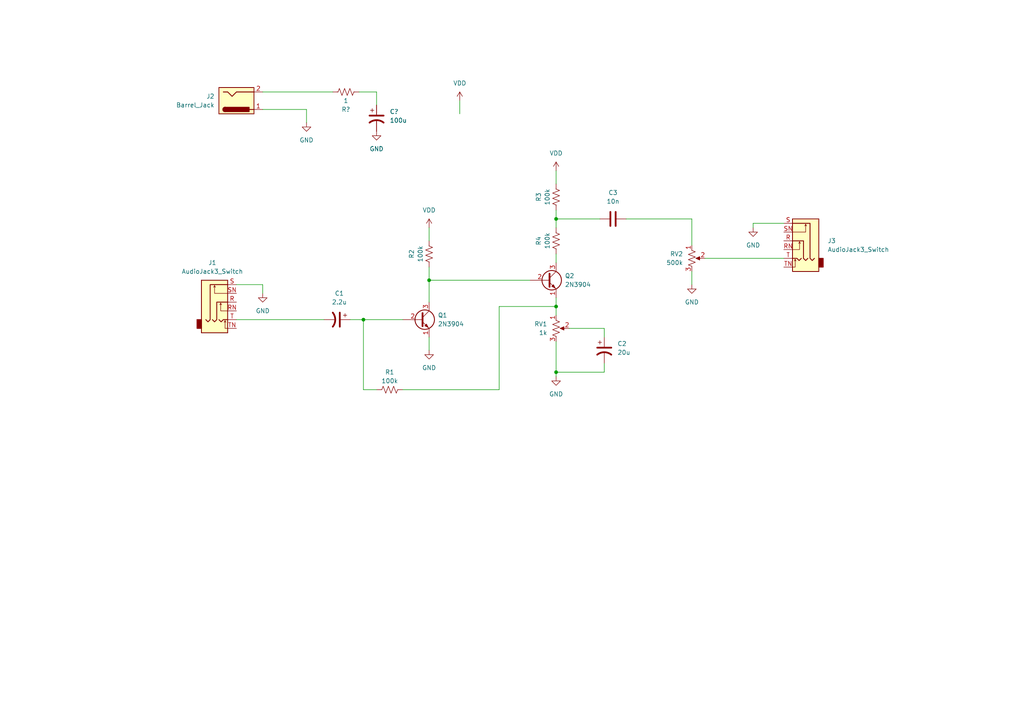
<source format=kicad_sch>
(kicad_sch (version 20231120) (generator "eeschema") (generator_version "8.0")
  (paper "A4")
  (lib_symbols
    (symbol "Connector:AudioJack3_Switch"
      (property "Reference" "J" (at 0 11.43 0))
      (property "Value" "AudioJack3_Switch" (at 0 8.89 0))
      (symbol "AudioJack3_Switch_0_1"
        (rectangle (start -5.08 -5.08) (end -6.35 -7.62) (stroke (width 0.254)) (fill (type outline)))
        (polyline (pts (xy -1.27 4.826) (xy -1.016 4.318)))
        (polyline (pts (xy 0.508 -0.254) (xy 0.762 -0.762)))
        (polyline (pts (xy 1.778 -5.334) (xy 2.032 -5.842)))
        (polyline (pts (xy 0 -5.08) (xy 0.635 -5.715) (xy 1.27 -5.08) (xy 2.54 -5.08)) (stroke (width 0.254)))
        (polyline (pts (xy 2.54 -7.62) (xy 1.778 -7.62) (xy 1.778 -5.334) (xy 1.524 -5.842)))
        (polyline (pts (xy 2.54 -2.54) (xy 0.508 -2.54) (xy 0.508 -0.254) (xy 0.254 -0.762)))
        (polyline (pts (xy 2.54 2.54) (xy -1.27 2.54) (xy -1.27 4.826) (xy -1.524 4.318)))
        (polyline (pts (xy -1.905 -5.08) (xy -1.27 -5.715) (xy -0.635 -5.08) (xy -0.635 0) (xy 2.54 0)) (stroke (width 0.254)))
        (polyline (pts (xy 2.54 5.08) (xy -2.54 5.08) (xy -2.54 -5.08) (xy -3.175 -5.715) (xy -3.81 -5.08)) (stroke (width 0.254)))
        (rectangle (start 2.54 6.35) (end -5.08 -8.89) (stroke (width 0.254)) (fill (type background)))
      )
      (symbol "AudioJack3_Switch_1_1"
        (pin passive line (at 5.08 0 180) (length 2.54) (name "~") (number "R"))
        (pin passive line (at 5.08 -2.54 180) (length 2.54) (name "~") (number "RN"))
        (pin passive line (at 5.08 5.08 180) (length 2.54) (name "~") (number "S"))
        (pin passive line (at 5.08 2.54 180) (length 2.54) (name "~") (number "SN"))
        (pin passive line (at 5.08 -5.08 180) (length 2.54) (name "~") (number "T"))
        (pin passive line (at 5.08 -7.62 180) (length 2.54) (name "~") (number "TN"))
      )
    )
    (symbol "Connector:Barrel_Jack" (pin_names (offset 1.016))
      (property "Reference" "J" (at 0 5.334 0))
      (property "Value" "Barrel_Jack" (at 0 -5.08 0))
      (symbol "Barrel_Jack_0_1"
        (rectangle (start -5.08 3.81) (end 5.08 -3.81) (stroke (width 0.254)) (fill (type background)))
        (arc (start -3.302 3.175) (mid -3.9342 2.54) (end -3.302 1.905) (stroke (width 0.254)))
        (arc (start -3.302 3.175) (mid -3.9342 2.54) (end -3.302 1.905) (stroke (width 0.254)) (fill (type outline)))
        (polyline (pts (xy 5.08 2.54) (xy 3.81 2.54)) (stroke (width 0.254)))
        (polyline (pts (xy -3.81 -2.54) (xy -2.54 -2.54) (xy -1.27 -1.27) (xy 0 -2.54) (xy 2.54 -2.54) (xy 5.08 -2.54)) (stroke (width 0.254)))
        (rectangle (start 3.683 3.175) (end -3.302 1.905) (stroke (width 0.254)) (fill (type outline)))
      )
      (symbol "Barrel_Jack_1_1"
        (pin passive line (at 7.62 2.54 180) (length 2.54) (name "~") (number "1"))
        (pin passive line (at 7.62 -2.54 180) (length 2.54) (name "~") (number "2"))
      )
    )
    (symbol "Device:C" (pin_numbers hide) (pin_names (offset 0.254))
      (property "Reference" "C" (at 0.635 2.54 0))
      (property "Value" "C" (at 0.635 -2.54 0))
      (symbol "C_0_1"
        (polyline (pts (xy -2.032 -0.762) (xy 2.032 -0.762)) (stroke (width 0.508)))
        (polyline (pts (xy -2.032 0.762) (xy 2.032 0.762)) (stroke (width 0.508)))
      )
      (symbol "C_1_1"
        (pin passive line (at 0 3.81 270) (length 2.794) (name "~") (number "1"))
        (pin passive line (at 0 -3.81 90) (length 2.794) (name "~") (number "2"))
      )
    )
    (symbol "Device:C_Polarized_US" (pin_numbers hide) (pin_names (offset 0.254) hide)
      (property "Reference" "C" (at 0.635 2.54 0))
      (property "Value" "C_Polarized_US" (at 0.635 -2.54 0))
      (symbol "C_Polarized_US_0_1"
        (polyline (pts (xy -2.032 0.762) (xy 2.032 0.762)) (stroke (width 0.508)))
        (polyline (pts (xy -1.778 2.286) (xy -0.762 2.286)))
        (polyline (pts (xy -1.27 1.778) (xy -1.27 2.794)))
        (arc (start 2.032 -1.27) (mid 0 -0.5572) (end -2.032 -1.27) (stroke (width 0.508)))
      )
      (symbol "C_Polarized_US_1_1"
        (pin passive line (at 0 3.81 270) (length 2.794) (name "~") (number "1"))
        (pin passive line (at 0 -3.81 90) (length 3.302) (name "~") (number "2"))
      )
    )
    (symbol "Device:R_Potentiometer_US" (pin_names (offset 1.016) hide)
      (property "Reference" "RV" (at -4.445 0 90))
      (property "Value" "R_Potentiometer_US" (at -2.54 0 90))
      (symbol "R_Potentiometer_US_0_1"
        (polyline (pts (xy 0 -2.286) (xy 0 -2.54)))
        (polyline (pts (xy 0 2.54) (xy 0 2.286)))
        (polyline (pts (xy 2.54 0) (xy 1.524 0)))
        (polyline (pts (xy 1.143 0) (xy 2.286 0.508) (xy 2.286 -0.508) (xy 1.143 0)) (fill (type outline)))
        (polyline (pts (xy 0 -0.762) (xy 1.016 -1.143) (xy 0 -1.524) (xy -1.016 -1.905) (xy 0 -2.286)))
        (polyline (pts (xy 0 0.762) (xy 1.016 0.381) (xy 0 0) (xy -1.016 -0.381) (xy 0 -0.762)))
        (polyline (pts (xy 0 2.286) (xy 1.016 1.905) (xy 0 1.524) (xy -1.016 1.143) (xy 0 0.762)))
      )
      (symbol "R_Potentiometer_US_1_1"
        (pin passive line (at 0 3.81 270) (length 1.27) (name "1") (number "1"))
        (pin passive line (at 3.81 0 180) (length 1.27) (name "2") (number "2"))
        (pin passive line (at 0 -3.81 90) (length 1.27) (name "3") (number "3"))
      )
    )
    (symbol "Device:R_US" (pin_numbers hide) (pin_names (offset 0))
      (property "Reference" "R" (at 2.54 0 90))
      (property "Value" "R_US" (at -2.54 0 90))
      (symbol "R_US_0_1"
        (polyline (pts (xy 0 -2.286) (xy 0 -2.54)))
        (polyline (pts (xy 0 2.286) (xy 0 2.54)))
        (polyline (pts (xy 0 -0.762) (xy 1.016 -1.143) (xy 0 -1.524) (xy -1.016 -1.905) (xy 0 -2.286)))
        (polyline (pts (xy 0 0.762) (xy 1.016 0.381) (xy 0 0) (xy -1.016 -0.381) (xy 0 -0.762)))
        (polyline (pts (xy 0 2.286) (xy 1.016 1.905) (xy 0 1.524) (xy -1.016 1.143) (xy 0 0.762)))
      )
      (symbol "R_US_1_1"
        (pin passive line (at 0 3.81 270) (length 1.27) (name "~") (number "1"))
        (pin passive line (at 0 -3.81 90) (length 1.27) (name "~") (number "2"))
      )
    )
    (symbol "Transistor_BJT:2N3904" (pin_names (offset 0) hide)
      (property "Reference" "Q" (at 5.08 1.905 0))
      (property "Value" "2N3904" (at 5.08 0 0))
      (symbol "2N3904_0_1"
        (polyline (pts (xy 0.635 0.635) (xy 2.54 2.54)))
        (polyline (pts (xy 0.635 -0.635) (xy 2.54 -2.54) (xy 2.54 -2.54)))
        (polyline (pts (xy 0.635 1.905) (xy 0.635 -1.905) (xy 0.635 -1.905)) (stroke (width 0.508)))
        (polyline (pts (xy 1.27 -1.778) (xy 1.778 -1.27) (xy 2.286 -2.286) (xy 1.27 -1.778) (xy 1.27 -1.778)) (fill (type outline)))
        (circle (center 1.27 0) (radius 2.8194) (stroke (width 0.254)))
      )
      (symbol "2N3904_1_1"
        (pin passive line (at 2.54 -5.08 90) (length 2.54) (name "E") (number "1"))
        (pin passive line (at -5.08 0 0) (length 5.715) (name "B") (number "2"))
        (pin passive line (at 2.54 5.08 270) (length 2.54) (name "C") (number "3"))
      )
    )
    (symbol "power:GND" (power) (pin_names (offset 0))
      (property "Value" "GND" (at 0 -3.81 0))
      (symbol "GND_0_1"
        (polyline (pts (xy 0 0) (xy 0 -1.27) (xy 1.27 -1.27) (xy 0 -2.54) (xy -1.27 -1.27) (xy 0 -1.27)))
      )
      (symbol "GND_1_1"
        (pin power_in line (at 0 0 270) (length 0) hide (name "GND") (number "1"))
      )
    )
    (symbol "power:VDD" (power) (pin_names (offset 0))
      (property "Value" "VDD" (at 0 3.81 0))
      (symbol "VDD_0_1"
        (polyline (pts (xy -0.762 1.27) (xy 0 2.54)))
        (polyline (pts (xy 0 0) (xy 0 2.54)))
        (polyline (pts (xy 0 2.54) (xy 0.762 1.27)))
      )
      (symbol "VDD_1_1"
        (pin power_in line (at 0 0 90) (length 0) hide (name "VDD") (number "1"))
      )
    )
  )
  (junction (at 161.29 63.5))
  (junction (at 124.46 81.28))
  (junction (at 105.41 92.71))
  (junction (at 161.29 88.9))
  (junction (at 161.29 107.95))
  (wire (pts (xy 109.22 26.67) (xy 109.22 30.48)))
  (wire (pts (xy 161.29 49.53) (xy 161.29 53.34)))
  (wire (pts (xy 109.22 113.03) (xy 105.41 113.03)))
  (wire (pts (xy 161.29 63.5) (xy 173.99 63.5)))
  (wire (pts (xy 165.1 95.25) (xy 175.26 95.25)))
  (wire (pts (xy 204.47 74.93) (xy 227.33 74.93)))
  (wire (pts (xy 218.44 64.77) (xy 227.33 64.77)))
  (wire (pts (xy 124.46 66.04) (xy 124.46 69.85)))
  (wire (pts (xy 175.26 95.25) (xy 175.26 97.79)))
  (wire (pts (xy 68.58 92.71) (xy 93.98 92.71)))
  (wire (pts (xy 124.46 81.28) (xy 153.67 81.28)))
  (wire (pts (xy 161.29 107.95) (xy 161.29 109.22)))
  (wire (pts (xy 161.29 107.95) (xy 175.26 107.95)))
  (wire (pts (xy 144.78 113.03) (xy 144.78 88.9)))
  (wire (pts (xy 101.6 92.71) (xy 105.41 92.71)))
  (wire (pts (xy 124.46 77.47) (xy 124.46 81.28)))
  (wire (pts (xy 161.29 63.5) (xy 161.29 66.04)))
  (wire (pts (xy 161.29 88.9) (xy 161.29 91.44)))
  (wire (pts (xy 161.29 99.06) (xy 161.29 107.95)))
  (wire (pts (xy 105.41 113.03) (xy 105.41 92.71)))
  (wire (pts (xy 116.84 113.03) (xy 144.78 113.03)))
  (wire (pts (xy 133.35 29.21) (xy 133.35 33.02)))
  (wire (pts (xy 200.66 63.5) (xy 181.61 63.5)))
  (wire (pts (xy 104.14 26.67) (xy 109.22 26.67)))
  (wire (pts (xy 76.2 82.55) (xy 68.58 82.55)))
  (wire (pts (xy 161.29 86.36) (xy 161.29 88.9)))
  (wire (pts (xy 76.2 26.67) (xy 96.52 26.67)))
  (wire (pts (xy 124.46 81.28) (xy 124.46 87.63)))
  (wire (pts (xy 124.46 97.79) (xy 124.46 101.6)))
  (wire (pts (xy 175.26 107.95) (xy 175.26 105.41)))
  (wire (pts (xy 218.44 66.04) (xy 218.44 64.77)))
  (wire (pts (xy 200.66 78.74) (xy 200.66 82.55)))
  (wire (pts (xy 200.66 71.12) (xy 200.66 63.5)))
  (wire (pts (xy 76.2 31.75) (xy 88.9 31.75)))
  (wire (pts (xy 76.2 85.09) (xy 76.2 82.55)))
  (wire (pts (xy 88.9 31.75) (xy 88.9 35.56)))
  (wire (pts (xy 144.78 88.9) (xy 161.29 88.9)))
  (wire (pts (xy 105.41 92.71) (xy 116.84 92.71)))
  (wire (pts (xy 161.29 60.96) (xy 161.29 63.5)))
  (wire (pts (xy 161.29 73.66) (xy 161.29 76.2)))
  (symbol (lib_id "Transistor_BJT:2N3904") (at 158.75 81.28 0) (unit 1)
    (property "Reference" "Q2" (at 163.83 80.0099 0) (effects (justify left)))
    (property "Value" "2N3904" (at 163.83 82.5499 0) (effects (justify left)))
    (property "Footprint" "Package_TO_SOT_THT:TO-92_Inline" (effects (hide yes)))
    (property "Datasheet" "https://www.onsemi.com/pub/Collateral/2N3903-D.PDF" (effects (hide yes)))
    (property "Sim.Device" "SPICE" (effects (hide yes)))
    (property "Sim.Params" "type=\"Q\" model=\"2N3904\" lib=\"C:\\Users\\jeremiah\\KiCad\\6.0\\spice_models\\KiCad-Spice-Library\\Models\\Transistor\\BJT\\BJT.lib\"" (effects (hide yes)))
    (property "Sim.Pins" "1=1 2=2 3=3" (effects (hide yes)))
  )
  (symbol (lib_id "power:VDD") (at 161.29 49.53 0) (unit 1)
    (property "Reference" "#PWR0107" (effects (hide yes)))
    (property "Value" "VDD" (at 161.29 44.45 0))
  )
  (symbol (lib_id "Device:R_US") (at 161.29 69.85 0) (unit 1)
    (property "Reference" "R4" (at 156.21 69.85 90))
    (property "Value" "100k" (at 158.75 69.85 90))
    (property "Footprint" "Resistor_THT:R_Axial_DIN0207_L6.3mm_D2.5mm_P10.16mm_Horizontal" (effects (hide yes)))
    (property "Sim.Device" "SPICE" (effects (hide yes)))
    (property "Sim.Params" "type=\"R\" model=\"100k\" lib=\"\"" (effects (hide yes)))
    (property "Sim.Pins" "1=1 2=2" (effects (hide yes)))
  )
  (symbol (lib_id "power:GND") (at 109.22 38.1 0) (unit 1)
    (property "Reference" "#PWR?" (effects (hide yes)))
    (property "Value" "GND" (at 109.22 43.18 0))
  )
  (symbol (lib_id "Device:R_US") (at 161.29 57.15 0) (unit 1)
    (property "Reference" "R3" (at 156.21 57.15 90))
    (property "Value" "100k" (at 158.75 57.15 90))
    (property "Footprint" "Resistor_THT:R_Axial_DIN0207_L6.3mm_D2.5mm_P10.16mm_Horizontal" (effects (hide yes)))
    (property "Sim.Device" "SPICE" (effects (hide yes)))
    (property "Sim.Params" "type=\"R\" model=\"100k\" lib=\"\"" (effects (hide yes)))
    (property "Sim.Pins" "1=1 2=2" (effects (hide yes)))
  )
  (symbol (lib_id "power:VDD") (at 133.35 29.21 0) (unit 1)
    (property "Reference" "#PWR0106" (effects (hide yes)))
    (property "Value" "VDD" (at 133.35 24.13 0))
  )
  (symbol (lib_id "Connector:AudioJack3_Switch") (at 63.5 87.63 0) (unit 1)
    (property "Reference" "J1" (at 61.595 76.2 0))
    (property "Value" "AudioJack3_Switch" (at 61.595 78.74 0))
    (property "Footprint" "Connector_Audio:Jack_6.35mm_Neutrik_NMJ6HCD3_Horizontal" (effects (hide yes)))
    (property "Sim.Device" "V" (effects (hide yes)))
    (property "Sim.Type" "SIN" (effects (hide yes)))
    (property "Sim.Params" "dc=0 ampl=0.1 f=100" (effects (hide yes)))
    (property "Sim.Pins" "R=+ RN=-" (effects (hide yes)))
  )
  (symbol (lib_id "power:GND") (at 76.2 85.09 0) (unit 1)
    (property "Reference" "#PWR0105" (effects (hide yes)))
    (property "Value" "GND" (at 76.2 90.17 0))
  )
  (symbol (lib_id "Connector:Barrel_Jack") (at 68.58 29.21 0) (mirror x) (unit 1)
    (property "Reference" "J2" (at 62.23 27.9399 0) (effects (justify right)))
    (property "Value" "Barrel_Jack" (at 62.23 30.4799 0) (effects (justify right)))
    (property "Footprint" "Connector_BarrelJack:BarrelJack_CUI_PJ-063AH_Horizontal_CircularHoles" (effects (hide yes)))
    (property "Sim.Device" "V" (effects (hide yes)))
    (property "Sim.Type" "DC" (effects (hide yes)))
    (property "Sim.Params" "dc=9 ac=ac ph=0" (effects (hide yes)))
    (property "Sim.Pins" "1=+ 2=-" (effects (hide yes)))
  )
  (symbol (lib_id "power:GND") (at 200.66 82.55 0) (unit 1)
    (property "Reference" "#PWR0108" (effects (hide yes)))
    (property "Value" "GND" (at 200.66 87.63 0))
  )
  (symbol (lib_id "Device:C") (at 177.8 63.5 90) (unit 1)
    (property "Reference" "C3" (at 177.8 55.88 90))
    (property "Value" "10n" (at 177.8 58.42 90))
    (property "Footprint" "Capacitor_THT:C_Rect_L10.0mm_W2.5mm_P7.50mm_MKS4" (effects (hide yes)))
    (property "Sim.Device" "SPICE" (effects (hide yes)))
    (property "Sim.Params" "type=\"C\" model=\"10n\" lib=\"\"" (effects (hide yes)))
    (property "Sim.Pins" "1=1 2=2" (effects (hide yes)))
  )
  (symbol (lib_id "Device:C_Polarized_US") (at 109.22 34.29 0) (unit 1)
    (property "Reference" "C?" (at 113.03 32.3849 0) (effects (justify left)))
    (property "Value" "100u" (at 113.03 34.9249 0) (effects (justify left)))
    (property "Footprint" "Capacitor_THT:CP_Radial_D10.0mm_P5.00mm" (effects (hide yes)))
    (property "Sim.Device" "SPICE" (effects (hide yes)))
    (property "Sim.Params" "type=\"C\" model=\"2.2u\" lib=\"\"" (effects (hide yes)))
    (property "Sim.Pins" "1=1 2=2" (effects (hide yes)))
  )
  (symbol (lib_id "Device:R_US") (at 100.33 26.67 90) (unit 1)
    (property "Reference" "R?" (at 100.33 31.75 90))
    (property "Value" "1" (at 100.33 29.21 90))
    (property "Footprint" "Resistor_THT:R_Axial_DIN0207_L6.3mm_D2.5mm_P10.16mm_Horizontal" (effects (hide yes)))
    (property "Sim.Device" "SPICE" (effects (hide yes)))
    (property "Sim.Params" "type=\"R\" model=\"100k\" lib=\"\"" (effects (hide yes)))
    (property "Sim.Pins" "1=1 2=2" (effects (hide yes)))
  )
  (symbol (lib_id "power:GND") (at 161.29 109.22 0) (unit 1)
    (property "Reference" "#PWR0102" (effects (hide yes)))
    (property "Value" "GND" (at 161.29 114.3 0))
  )
  (symbol (lib_id "Device:R_US") (at 113.03 113.03 270) (unit 1)
    (property "Reference" "R1" (at 113.03 107.95 90))
    (property "Value" "100k" (at 113.03 110.49 90))
    (property "Footprint" "Resistor_THT:R_Axial_DIN0207_L6.3mm_D2.5mm_P10.16mm_Horizontal" (effects (hide yes)))
    (property "Sim.Device" "SPICE" (effects (hide yes)))
    (property "Sim.Params" "type=\"R\" model=\"100k\" lib=\"\"" (effects (hide yes)))
    (property "Sim.Pins" "1=1 2=2" (effects (hide yes)))
  )
  (symbol (lib_id "Device:C_Polarized_US") (at 175.26 101.6 0) (unit 1)
    (property "Reference" "C2" (at 179.07 99.6949 0) (effects (justify left)))
    (property "Value" "20u" (at 179.07 102.2349 0) (effects (justify left)))
    (property "Footprint" "Capacitor_THT:CP_Radial_D10.0mm_P5.00mm" (effects (hide yes)))
  )
  (symbol (lib_id "power:GND") (at 124.46 101.6 0) (unit 1)
    (property "Reference" "#PWR0101" (effects (hide yes)))
    (property "Value" "GND" (at 124.46 106.68 0))
  )
  (symbol (lib_id "power:GND") (at 88.9 35.56 0) (unit 1)
    (property "Reference" "#PWR0104" (effects (hide yes)))
    (property "Value" "GND" (at 88.9 40.64 0))
  )
  (symbol (lib_id "Device:R_Potentiometer_US") (at 200.66 74.93 0) (unit 1)
    (property "Reference" "RV2" (at 198.12 73.6599 0) (effects (justify right)))
    (property "Value" "500k" (at 198.12 76.1999 0) (effects (justify right)))
    (property "Footprint" "Potentiometer_THT:Potentiometer_Alpha_RD901F-40-00D_Single_Vertical" (effects (hide yes)))
  )
  (symbol (lib_id "Transistor_BJT:2N3904") (at 121.92 92.71 0) (unit 1)
    (property "Reference" "Q1" (at 127 91.4399 0) (effects (justify left)))
    (property "Value" "2N3904" (at 127 93.9799 0) (effects (justify left)))
    (property "Footprint" "Package_TO_SOT_THT:TO-92_Inline" (effects (hide yes)))
    (property "Datasheet" "https://www.onsemi.com/pub/Collateral/2N3903-D.PDF" (effects (hide yes)))
    (property "Sim.Device" "SPICE" (effects (hide yes)))
    (property "Sim.Params" "type=\"Q\" model=\"2N3904\" lib=\"C:\\Users\\jeremiah\\KiCad\\6.0\\spice_models\\KiCad-Spice-Library\\Models\\Transistor\\BJT\\BJT.lib\"" (effects (hide yes)))
    (property "Sim.Pins" "1=1 2=2 3=3" (effects (hide yes)))
  )
  (symbol (lib_id "Device:C_Polarized_US") (at 97.79 92.71 270) (unit 1)
    (property "Reference" "C1" (at 98.425 85.09 90))
    (property "Value" "2.2u" (at 98.425 87.63 90))
    (property "Footprint" "Capacitor_THT:CP_Radial_D10.0mm_P5.00mm" (effects (hide yes)))
    (property "Sim.Device" "SPICE" (effects (hide yes)))
    (property "Sim.Params" "type=\"C\" model=\"2.2u\" lib=\"\"" (effects (hide yes)))
    (property "Sim.Pins" "1=1 2=2" (effects (hide yes)))
  )
  (symbol (lib_id "Connector:AudioJack3_Switch") (at 232.41 69.85 0) (mirror y) (unit 1)
    (property "Reference" "J3" (at 240.03 69.8499 0) (effects (justify right)))
    (property "Value" "AudioJack3_Switch" (at 240.03 72.3899 0) (effects (justify right)))
    (property "Footprint" "Connector_Audio:Jack_6.35mm_Neutrik_NMJ6HCD3_Horizontal" (effects (hide yes)))
  )
  (symbol (lib_id "Device:R_US") (at 124.46 73.66 0) (unit 1)
    (property "Reference" "R2" (at 119.38 73.66 90))
    (property "Value" "100k" (at 121.92 73.66 90))
    (property "Footprint" "Resistor_THT:R_Axial_DIN0207_L6.3mm_D2.5mm_P10.16mm_Horizontal" (effects (hide yes)))
    (property "Sim.Device" "SPICE" (effects (hide yes)))
    (property "Sim.Params" "type=\"R\" model=\"100k\" lib=\"\"" (effects (hide yes)))
    (property "Sim.Pins" "1=1 2=2" (effects (hide yes)))
  )
  (symbol (lib_id "power:VDD") (at 124.46 66.04 0) (unit 1)
    (property "Reference" "#PWR0103" (effects (hide yes)))
    (property "Value" "VDD" (at 124.46 60.96 0))
  )
  (symbol (lib_id "power:GND") (at 218.44 66.04 0) (unit 1)
    (property "Reference" "#PWR0109" (effects (hide yes)))
    (property "Value" "GND" (at 218.44 71.12 0))
  )
  (symbol (lib_id "Device:R_Potentiometer_US") (at 161.29 95.25 0) (unit 1)
    (property "Reference" "RV1" (at 158.75 93.9799 0) (effects (justify right)))
    (property "Value" "1k" (at 158.75 96.5199 0) (effects (justify right)))
    (property "Footprint" "Potentiometer_THT:Potentiometer_Alpha_RD901F-40-00D_Single_Vertical" (effects (hide yes)))
  )
)
</source>
